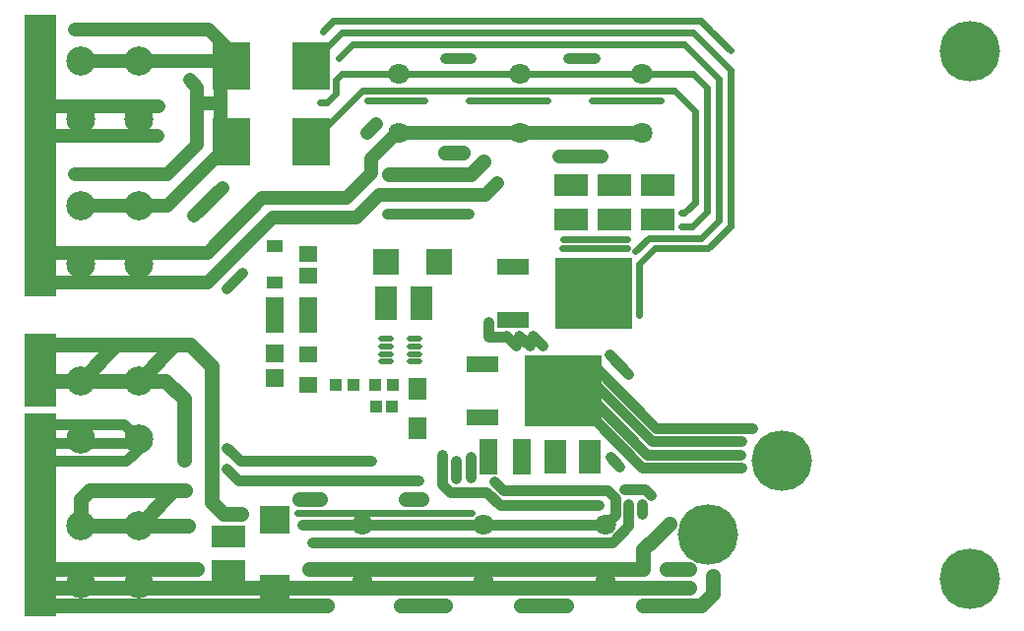
<source format=gts>
G04*
G04 #@! TF.GenerationSoftware,Altium Limited,Altium Designer,20.2.8 (258)*
G04*
G04 Layer_Color=8388736*
%FSLAX25Y25*%
%MOIN*%
G70*
G04*
G04 #@! TF.SameCoordinates,18C1B9BA-8449-4E8D-A104-6701744B7602*
G04*
G04*
G04 #@! TF.FilePolarity,Negative*
G04*
G01*
G75*
%ADD34C,0.03600*%
%ADD35C,0.02400*%
%ADD36C,0.05000*%
%ADD37C,0.04800*%
%ADD38R,0.10500X0.24500*%
%ADD39R,0.10500X0.68500*%
%ADD40R,0.10500X0.95500*%
%ADD41R,0.07237X0.11430*%
%ADD42O,0.05211X0.01833*%
%ADD43R,0.08674X0.08674*%
%ADD44R,0.05524X0.04461*%
%ADD45R,0.06115X0.06351*%
%ADD46R,0.06312X0.05524*%
%ADD47R,0.06221X0.05259*%
%ADD48R,0.03950X0.04343*%
%ADD49R,0.05902X0.07719*%
%ADD50R,0.05849X0.11855*%
%ADD51R,0.03975X0.04202*%
%ADD52R,0.10642X0.05524*%
%ADD53R,0.26391X0.24422*%
%ADD54R,0.10154X0.09491*%
%ADD55R,0.11430X0.07237*%
%ADD56R,0.12729X0.15839*%
%ADD57C,0.07099*%
%ADD58C,0.20485*%
%ADD59C,0.20485*%
%ADD60C,0.09855*%
D34*
X124900Y138900D02*
X152500D01*
X70300Y113300D02*
X75600Y118600D01*
X70500Y59500D02*
X72000Y58000D01*
X75000Y55000D02*
X119500D01*
X72000Y58000D02*
X75000Y55000D01*
X159100Y97200D02*
Y102100D01*
Y97200D02*
X164700D01*
X74500Y48500D02*
X135500D01*
X70500Y52500D02*
X74500Y48500D01*
X96095Y33405D02*
X157450D01*
X99500Y27500D02*
X201000D01*
X206500Y33000D01*
X211000Y37000D02*
Y40500D01*
X206500Y33000D02*
Y40500D01*
X212000Y45500D02*
X214000Y43500D01*
X205000Y45500D02*
X212000D01*
X194500Y40000D02*
X196500D01*
X157450Y33405D02*
X198600D01*
X202000Y36805D01*
Y42500D01*
X199500Y45000D02*
X202000Y42500D01*
X164000Y45000D02*
X199500D01*
X161000Y48000D02*
X164000Y45000D01*
X153000Y49500D02*
Y56500D01*
X148000Y49000D02*
Y55000D01*
X163000Y40000D02*
X194500D01*
X158500Y44500D02*
X163000Y40000D01*
X146000Y44500D02*
X158500D01*
X143500Y47000D02*
X146000Y44500D01*
X143500Y47000D02*
Y57000D01*
X36500Y55000D02*
X42379Y60879D01*
X31000Y55000D02*
X36500D01*
X35757Y67500D02*
X42379Y60879D01*
X31000Y67500D02*
X35757D01*
X40000Y61000D02*
X42000Y63000D01*
X31000Y61000D02*
X40000D01*
X11000D02*
X31000D01*
X11000Y67500D02*
X31000D01*
X186000Y191500D02*
X195000D01*
X144500D02*
X153000D01*
X200500Y56500D02*
X203500Y53000D01*
X200000Y91000D02*
X206500Y84500D01*
X215900Y66100D02*
X248400D01*
X194000Y88000D02*
X215900Y66100D01*
X214300Y61700D02*
X244800D01*
X194000Y82000D02*
X214300Y61700D01*
X212800Y57200D02*
X244300D01*
X194000Y76000D02*
X212800Y57200D01*
X211200Y52800D02*
X244700D01*
X194000Y70000D02*
X211200Y52800D01*
X174000Y97500D02*
X177500Y94000D01*
X169500Y97500D02*
X173000Y94000D01*
X165000Y97500D02*
X168500Y94000D01*
X11000Y55000D02*
X31000D01*
D35*
X103000Y200500D02*
X106500Y204000D01*
X231000D01*
X234500Y200500D01*
X210200Y104300D02*
Y106300D01*
X194000Y177000D02*
X217500D01*
X152500D02*
X179000D01*
X118000D02*
X137500D01*
X184000Y127000D02*
X206000D01*
X99148Y189900D02*
X109248Y200000D01*
X98500Y162500D02*
X116500Y180500D01*
X94500Y37500D02*
X153355Y37500D01*
X109500Y186000D02*
X228500D01*
X107500Y184000D02*
X109500Y186000D01*
X228500D02*
X233000Y181500D01*
X107500Y179500D02*
Y184000D01*
X104500Y176500D02*
X107500Y179500D01*
X102000Y176500D02*
X104500D01*
X224500Y134500D02*
X228000D01*
X224500Y139000D02*
X225500D01*
X228000Y134500D02*
X230000Y136500D01*
X225500Y139000D02*
X226500Y140000D01*
X184500Y130000D02*
X206000D01*
X234500Y200500D02*
X241000Y194000D01*
X108250Y191250D02*
X113000Y196000D01*
X230000Y136500D02*
X233000Y139500D01*
X226500Y140000D02*
X229000Y142500D01*
X233000Y139500D02*
Y181500D01*
X229000Y142500D02*
Y173500D01*
X222000Y180500D02*
X229000Y173500D01*
X116500Y180500D02*
X222000D01*
X113000Y196000D02*
X225500D01*
X237000Y184500D01*
Y136500D02*
Y184500D01*
X231000Y130500D02*
X237000Y136500D01*
X213281Y130500D02*
X231000D01*
X208891Y126110D02*
X213281Y130500D01*
X210200Y106300D02*
Y121700D01*
X215500Y127000D01*
X233500D01*
X241000Y134500D01*
Y187500D01*
X228500Y200000D02*
X241000Y187500D01*
X109248Y200000D02*
X228500D01*
D36*
X235000Y10000D02*
Y16000D01*
X231000Y6000D02*
X235000Y10000D01*
X227000Y6000D02*
X231000D01*
X98500Y18500D02*
X211500D01*
X59500D02*
X59500Y18500D01*
X40700Y82242D02*
X52500Y94042D01*
X21015Y82242D02*
X32500Y93727D01*
X41500Y45000D02*
X52558D01*
X40700Y33142D02*
X52558Y45000D01*
X9500Y94500D02*
X21015D01*
Y82242D02*
X41000D01*
X9242D02*
X21015D01*
X95000Y42000D02*
X102000D01*
X131000D02*
X136500D01*
X24000Y45000D02*
X56500D01*
X21015Y42015D02*
X24000Y45000D01*
X21015Y33142D02*
Y42015D01*
Y33142D02*
X57358D01*
X21015Y94500D02*
X58000D01*
X56000Y55500D02*
Y76000D01*
X49758Y82242D02*
X56000Y76000D01*
X40700Y82242D02*
X49758D01*
X58000Y94500D02*
X65500Y87000D01*
Y41000D02*
Y87000D01*
Y41000D02*
X69500Y37000D01*
X75500D01*
X211500Y18500D02*
Y25000D01*
X215743Y29243D01*
X98500Y12000D02*
X219500D01*
X60779D02*
X98500D01*
X144500Y159500D02*
X150500D01*
X125400Y152000D02*
X153000D01*
X157500Y156500D01*
X11500Y18500D02*
X48500D01*
X10500Y12000D02*
X48500D01*
X79500Y6000D02*
X98500D01*
X7000D02*
X48500D01*
Y18500D02*
X60500D01*
X48500Y12000D02*
X60500D01*
X48500Y6000D02*
X79500D01*
X98500D02*
X104500D01*
X129500Y12000D02*
X144500D01*
X129500Y6000D02*
X144500D01*
X170000Y12000D02*
X185500D01*
X170000Y6000D02*
X185500D01*
X215743Y29243D02*
X220339Y33839D01*
X219500Y12000D02*
X227000D01*
X219500Y18500D02*
X227000D01*
X211500Y6000D02*
X227000D01*
D37*
X158000Y145000D02*
X162000Y149000D01*
X11000Y165000D02*
X47000D01*
X11000Y175000D02*
X47500D01*
X183000Y158000D02*
X197500D01*
X122000Y145000D02*
X158000D01*
X114500Y137500D02*
X122000Y145000D01*
X86000Y137500D02*
X114500D01*
X64000Y115500D02*
X86000Y137500D01*
X9500Y115500D02*
X64000D01*
X118000Y166000D02*
X121000Y169000D01*
X10000Y125500D02*
X64000D01*
X82500Y144000D01*
X111000D01*
X119500Y152500D01*
Y157500D01*
X128200Y166200D01*
X211000D01*
X68500Y168000D02*
Y176000D01*
Y183500D02*
X69000Y184000D01*
X68500Y176000D02*
Y183500D01*
X60500Y176000D02*
X68500D01*
X50276Y141300D02*
X68000Y159023D01*
X58000Y184000D02*
X60500Y181500D01*
Y173500D02*
Y181500D01*
Y162000D02*
Y173500D01*
X50500Y152000D02*
X60500Y162000D01*
X59500Y138000D02*
X69000Y147500D01*
X19000Y152000D02*
X28500D01*
X19000Y201000D02*
X28000D01*
X64500D02*
X75600Y189900D01*
X57500Y201000D02*
X64500D01*
X28500Y152000D02*
X50500D01*
X28000Y201000D02*
X57500D01*
X40700Y141300D02*
X50276D01*
X21015D02*
X40700D01*
X21015Y190349D02*
X70151D01*
D38*
X7250Y85750D02*
D03*
D39*
Y36750D02*
D03*
D40*
Y158250D02*
D03*
D41*
X124526Y108400D02*
D03*
X136474D02*
D03*
X193574Y56500D02*
D03*
X181626D02*
D03*
D42*
X134068Y88661D02*
D03*
X134069Y91220D02*
D03*
Y93779D02*
D03*
X134068Y96339D02*
D03*
X124532Y88661D02*
D03*
X124532Y91220D02*
D03*
Y93779D02*
D03*
X124532Y96339D02*
D03*
D43*
X124445Y122500D02*
D03*
X142555D02*
D03*
D44*
X86600Y115301D02*
D03*
Y127899D02*
D03*
D45*
X86700Y91255D02*
D03*
X86700Y83145D02*
D03*
D46*
X98000Y80585D02*
D03*
X98000Y91215D02*
D03*
D47*
X98000Y125204D02*
D03*
Y117596D02*
D03*
D48*
X126556Y73400D02*
D03*
X121045D02*
D03*
D49*
X135200Y66061D02*
D03*
Y79339D02*
D03*
D50*
X86626Y104400D02*
D03*
X97974D02*
D03*
X159226Y56500D02*
D03*
X170574Y56500D02*
D03*
D51*
X113365Y80600D02*
D03*
X107434D02*
D03*
X126766D02*
D03*
X120835D02*
D03*
D52*
X167319Y120900D02*
D03*
X167319Y102900D02*
D03*
X157019Y87800D02*
D03*
X157019Y69800D02*
D03*
D53*
X194681Y111900D02*
D03*
X184381Y78800D02*
D03*
D54*
X86800Y35221D02*
D03*
Y11904D02*
D03*
D55*
X71200Y29537D02*
D03*
X71200Y17588D02*
D03*
X216400Y136626D02*
D03*
X216400Y148574D02*
D03*
X201800Y136626D02*
D03*
X201800Y148574D02*
D03*
X187200Y136626D02*
D03*
X187200Y148574D02*
D03*
D56*
X99124Y188900D02*
D03*
X72076D02*
D03*
X99124Y163100D02*
D03*
X72076D02*
D03*
D57*
X198600Y13720D02*
D03*
Y33405D02*
D03*
X116300Y13720D02*
D03*
Y33405D02*
D03*
X157450Y13720D02*
D03*
Y33405D02*
D03*
X128600Y186200D02*
D03*
Y166200D02*
D03*
X169800Y186200D02*
D03*
Y166200D02*
D03*
X211000Y186200D02*
D03*
X211000Y166200D02*
D03*
D58*
X233326Y30126D02*
D03*
X258381Y55181D02*
D03*
D59*
X322000Y15000D02*
D03*
Y193900D02*
D03*
D60*
X21015Y13457D02*
D03*
Y33142D02*
D03*
X40700D02*
D03*
Y13457D02*
D03*
Y170664D02*
D03*
Y190349D02*
D03*
X21015D02*
D03*
Y170664D02*
D03*
X40700Y121615D02*
D03*
Y141300D02*
D03*
X21015D02*
D03*
Y121615D02*
D03*
X40700Y62557D02*
D03*
Y82242D02*
D03*
X21015D02*
D03*
Y62557D02*
D03*
M02*

</source>
